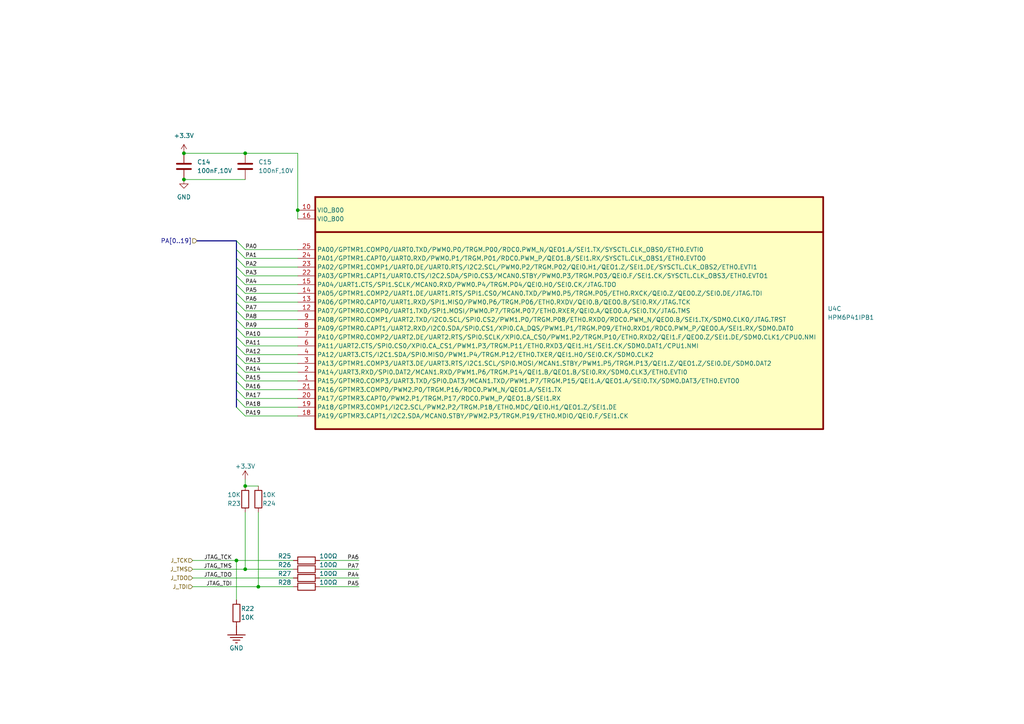
<source format=kicad_sch>
(kicad_sch (version 20250114) (generator "eeschema") (generator_version "9.0")
  (paper "A4")
  (title_block (title "HPM6P41_BuckBoost") (date "2025-05-05") (rev "4") (company "Author: Alipay"))
  (lib_symbols
    (symbol "00_HPM_power:GND" (power)
      (property "Value" "GND" (at 0 -6.35 0))
      (symbol "GND_0_0"
        (polyline (pts (xy -2.54 -2.54) (xy 2.54 -2.54)) (stroke (width 0.254)))
        (polyline (pts (xy -1.778 -3.302) (xy 1.778 -3.302)) (stroke (width 0.254)))
        (polyline (pts (xy -1.016 -4.064) (xy 1.016 -4.064)) (stroke (width 0.254)))
        (polyline (pts (xy -0.254 -4.826) (xy 0.254 -4.826)) (stroke (width 0.254)))
        (polyline (pts (xy 0 0) (xy 0 -2.54)) (stroke (width 0.254)))
        (pin power_in line (at 0 0 0) (length 0) (hide yes) (name "GND") (number ""))
      )
    )
    (symbol "02_HPM_Resistor:100Ω_0402" (pin_numbers (hide yes)) (pin_names (offset 0))
      (property "Reference" "R" (at 0 3.81 0))
      (property "Value" "100Ω" (at 0 6.35 0))
      (symbol "100Ω_0402_0_1"
        (rectangle (start 2.54 -1.016) (end -2.54 1.016) (stroke (width 0.254)))
      )
      (symbol "100Ω_0402_1_1"
        (pin passive line (at -3.81 0 0) (length 1.27) (name "~") (number "1"))
        (pin passive line (at 3.81 0 180) (length 1.27) (name "~") (number "2"))
      )
    )
    (symbol "10K_0402_2" (pin_numbers (hide yes)) (pin_names (offset 0))
      (property "Reference" "R" (at 0 3.81 0))
      (property "Value" "10K" (at 0 6.35 0))
      (symbol "10K_0402_2_0_1"
        (rectangle (start 2.54 -1.016) (end -2.54 1.016) (stroke (width 0.254)))
      )
      (symbol "10K_0402_2_1_1"
        (pin passive line (at -3.81 0 0) (length 1.27) (name "~") (number "1"))
        (pin passive line (at 3.81 0 180) (length 1.27) (name "~") (number "2"))
      )
    )
    (symbol "10K_0402_3" (pin_numbers (hide yes)) (pin_names (offset 0))
      (property "Reference" "R" (at 0 3.81 0))
      (property "Value" "10K" (at 0 6.35 0))
      (symbol "10K_0402_3_0_1"
        (rectangle (start 2.54 -1.016) (end -2.54 1.016) (stroke (width 0.254)))
      )
      (symbol "10K_0402_3_1_1"
        (pin passive line (at -3.81 0 0) (length 1.27) (name "~") (number "1"))
        (pin passive line (at 3.81 0 180) (length 1.27) (name "~") (number "2"))
      )
    )
    (symbol "10K_0402_4" (pin_numbers (hide yes)) (pin_names (offset 0))
      (property "Reference" "R" (at 0 3.81 0))
      (property "Value" "10K" (at 0 6.35 0))
      (symbol "10K_0402_4_0_1"
        (rectangle (start 2.54 -1.016) (end -2.54 1.016) (stroke (width 0.254)))
      )
      (symbol "10K_0402_4_1_1"
        (pin passive line (at -3.81 0 0) (length 1.27) (name "~") (number "1"))
        (pin passive line (at 3.81 0 180) (length 1.27) (name "~") (number "2"))
      )
    )
    (symbol "Device:C" (pin_numbers (hide yes)) (pin_names (offset 0.254))
      (property "Reference" "C" (at 0.635 2.54 0))
      (property "Value" "C" (at 0.635 -2.54 0))
      (symbol "C_0_1"
        (polyline (pts (xy -2.032 0.762) (xy 2.032 0.762)) (stroke (width 0.508)))
        (polyline (pts (xy -2.032 -0.762) (xy 2.032 -0.762)) (stroke (width 0.508)))
      )
      (symbol "C_1_1"
        (pin passive line (at 0 3.81 270) (length 2.794) (name "~") (number "1"))
        (pin passive line (at 0 -3.81 90) (length 2.794) (name "~") (number "2"))
      )
    )
    (symbol "HPM6P00_Library:HPM6P41IPB1"
      (property "Reference" "U" (at 1.27 1.27 0))
      (property "Value" "HPM6P41IPB1" (at 10.16 1.27 0))
      (symbol "HPM6P41IPB1_1_1"
        (rectangle (start 0 0) (end 35.56 -66.04) (stroke (width 0.508)) (fill (type background)))
        (polyline (pts (xy 0 -41.275) (xy 35.56 -41.275)) (stroke (width 0.508)))
        (polyline (pts (xy 8.89 -6.35) (xy 14.605 -6.35) (xy 14.605 -10.16) (xy 13.97 -9.525) (xy 14.605 -10.16) (xy 15.24 -9.525)))
        (rectangle (start 10.16 -10.16) (end 17.78 -12.7))
        (polyline (pts (xy 15.24 -12.7) (xy 15.24 -17.78) (xy 9.525 -17.78) (xy 10.16 -17.145) (xy 9.525 -17.78) (xy 10.16 -18.415)))
        (text "DCDC_Domain" (at 10.16 -2.54 0) (effects (font (size 1.778 1.778))))
        (text "Analog_Domain" (at 11.43 -44.45 0) (effects (font (size 1.778 1.778))))
        (text "DCDC" (at 13.97 -11.43 0) (effects (font (size 1.27 1.27))))
        (pin power_in line (at -5.08 -6.35 0) (length 5.08) (name "DCDC_IN") (number "26"))
        (pin power_in line (at -5.08 -17.78 0) (length 5.08) (name "DCDC_LP") (number "27"))
        (pin power_in line (at -5.08 -24.13 0) (length 5.08) (name "DCDC_SNS") (number "31"))
        (pin power_in line (at -5.08 -31.75 0) (length 5.08) (name "DCDC_GND") (number "28"))
        (pin power_in line (at -5.08 -48.26 0) (length 5.08) (name "VANA") (number "41"))
        (pin power_in line (at -5.08 -57.15 0) (length 5.08) (name "VSSA") (number "39"))
        (pin power_out line (at 17.78 -71.12 90) (length 5.08) (name "PAD") (number "101"))
        (pin power_out line (at 40.64 -6.35 180) (length 5.08) (name "VDD_SOC") (number "5"))
        (pin power_out line (at 40.64 -10.16 180) (length 5.08) (name "VDD_SOC") (number "11"))
        (pin power_out line (at 40.64 -13.97 180) (length 5.08) (name "VDD_SOC") (number "50"))
        (pin power_out line (at 40.64 -17.78 180) (length 5.08) (name "VDD_SOC") (number "68"))
        (pin power_out line (at 40.64 -21.59 180) (length 5.08) (name "VDD_SOC") (number "72"))
        (pin power_out line (at 40.64 -25.4 180) (length 5.08) (name "VDD_SOC") (number "84"))
        (pin power_in line (at 40.64 -48.26 180) (length 5.08) (name "VREFH") (number "40"))
        (pin power_in line (at 40.64 -57.15 180) (length 5.08) (name "VREFL") (number "38"))
      )
      (symbol "HPM6P41IPB1_2_0"
        (polyline (pts (xy 7.62 -6.35) (xy 43.18 -6.35) (xy 42.164 -5.842) (xy 43.18 -6.35) (xy 42.164 -6.858)))
        (polyline (pts (xy 7.62 -11.43) (xy 43.18 -11.43) (xy 42.164 -10.922) (xy 43.18 -11.43) (xy 42.164 -11.938)))
        (polyline (pts (xy 50.8 -6.35) (xy 90.17 -6.35) (xy 89.154 -5.842) (xy 90.17 -6.35) (xy 89.154 -6.858)))
        (polyline (pts (xy 50.8 -11.43) (xy 91.44 -11.43) (xy 90.424 -10.922) (xy 91.44 -11.43) (xy 90.424 -11.938)))
      )
      (symbol "HPM6P41IPB1_2_1"
        (rectangle (start 0 0) (end 100.33 -33.02) (stroke (width 0.508)) (fill (type background)))
        (polyline (pts (xy 0 -16.51) (xy 100.33 -16.51)) (stroke (width 0.508)))
        (polyline (pts (xy 7.62 -6.35) (xy 7.62 -11.43)))
        (rectangle (start 44.45 -5.08) (end 49.53 -7.62))
        (rectangle (start 44.45 -10.16) (end 49.53 -12.7))
        (text "LDO" (at 46.99 -6.35 0) (effects (font (size 1.27 1.27))))
        (text "LDO" (at 46.99 -11.43 0) (effects (font (size 1.27 1.27))))
        (pin power_in line (at -5.08 -7.62 0) (length 5.08) (name "VPMC") (number "32"))
        (pin bidirectional line (at -5.08 -21.59 0) (length 5.08) (name "PY00/GPTMR3.COMP0/PWM2.P0/TRGM.P16/PGPIO.Y00/PURT.TXD/PTMR.COMP0") (number "33"))
        (pin bidirectional line (at -5.08 -24.13 0) (length 5.08) (name "PY01/GPTMR3.CAPT0/PWM2.P1/TRGM.P17/PGPIO.Y01/PURT.RXD/PTMR.COMP1") (number "34"))
        (pin bidirectional line (at -5.08 -26.67 0) (length 5.08) (name "PY02/GPTMR3.COMP1/I2C2.SCL/PWM2.P2/TRGM.P18/PGPIO.Y02/PURT.RTS/PTMR.COMP2") (number "35"))
        (pin bidirectional line (at -5.08 -29.21 0) (length 5.08) (name "PY03/GPTMR3.CAPT1/I2C2.SDA/MCAN0.STBY/PWM2.P3/TRGM.P19/PGPIO.Y03/PURT.CTS/PTMR.COMP3") (number "36"))
        (pin power_out line (at 105.41 -6.35 180) (length 5.08) (name "VPMCCAP") (number "37"))
        (pin power_out line (at 105.41 -11.43 180) (length 5.08) (name "OTPCAP") (number "17"))
      )
      (symbol "HPM6P41IPB1_3_1"
        (rectangle (start 0 0) (end 147.32 -67.31) (stroke (width 0.508)) (fill (type background)))
        (polyline (pts (xy 0 -10.16) (xy 147.32 -10.16)) (stroke (width 0.5)))
        (pin power_in line (at -5.08 -3.81 0) (length 5.08) (name "VIO_B00") (number "10"))
        (pin power_in line (at -5.08 -6.35 0) (length 5.08) (name "VIO_B00") (number "16"))
        (pin bidirectional line (at -5.08 -15.24 0) (length 5.08) (name "PA00/GPTMR1.COMP0/UART0.TXD/PWM0.P0/TRGM.P00/RDC0.PWM_N/QEO1.A/SEI1.TX/SYSCTL.CLK_OBS0/ETH0.EVTI0") (number "25"))
        (pin input line (at -5.08 -17.78 0) (length 5.08) (name "PA01/GPTMR1.CAPT0/UART0.RXD/PWM0.P1/TRGM.P01/RDC0.PWM_P/QEO1.B/SEI1.RX/SYSCTL.CLK_OBS1/ETH0.EVTO0") (number "24"))
        (pin bidirectional line (at -5.08 -20.32 0) (length 5.08) (name "PA02/GPTMR1.COMP1/UART0.DE/UART0.RTS/I2C2.SCL/PWM0.P2/TRGM.P02/QEI0.H1/QEO1.Z/SEI1.DE/SYSCTL.CLK_OBS2/ETH0.EVTI1") (number "23"))
        (pin bidirectional line (at -5.08 -22.86 0) (length 5.08) (name "PA03/GPTMR1.CAPT1/UART0.CTS/I2C2.SDA/SPI0.CS3/MCAN0.STBY/PWM0.P3/TRGM.P03/QEI0.F/SEI1.CK/SYSCTL.CLK_OBS3/ETH0.EVTO1") (number "22"))
        (pin bidirectional line (at -5.08 -25.4 0) (length 5.08) (name "PA04/UART1.CTS/SPI1.SCLK/MCAN0.RXD/PWM0.P4/TRGM.P04/QEI0.H0/SEI0.CK/JTAG.TDO") (number "15"))
        (pin bidirectional line (at -5.08 -27.94 0) (length 5.08) (name "PA05/GPTMR1.COMP2/UART1.DE/UART1.RTS/SPI1.CS0/MCAN0.TXD/PWM0.P5/TRGM.P05/ETH0.RXCK/QEI0.Z/QEO0.Z/SEI0.DE/JTAG.TDI") (number "14"))
        (pin bidirectional line (at -5.08 -30.48 0) (length 5.08) (name "PA06/GPTMR0.CAPT0/UART1.RXD/SPI1.MISO/PWM0.P6/TRGM.P06/ETH0.RXDV/QEI0.B/QEO0.B/SEI0.RX/JTAG.TCK") (number "13"))
        (pin bidirectional line (at -5.08 -33.02 0) (length 5.08) (name "PA07/GPTMR0.COMP0/UART1.TXD/SPI1.MOSI/PWM0.P7/TRGM.P07/ETH0.RXER/QEI0.A/QEO0.A/SEI0.TX/JTAG.TMS") (number "12"))
        (pin bidirectional line (at -5.08 -35.56 0) (length 5.08) (name "PA08/GPTMR0.COMP1/UART2.TXD/I2C0.SCL/SPI0.CS2/PWM1.P0/TRGM.P08/ETH0.RXD0/RDC0.PWM_N/QEO0.B/SEI1.TX/SDM0.CLK0/JTAG.TRST") (number "9"))
        (pin bidirectional line (at -5.08 -38.1 0) (length 5.08) (name "PA09/GPTMR0.CAPT1/UART2.RXD/I2C0.SDA/SPI0.CS1/XPI0.CA_DQS/PWM1.P1/TRGM.P09/ETH0.RXD1/RDC0.PWM_P/QEO0.A/SEI1.RX/SDM0.DAT0") (number "8"))
        (pin bidirectional line (at -5.08 -40.64 0) (length 5.08) (name "PA10/GPTMR0.COMP2/UART2.DE/UART2.RTS/SPI0.SCLK/XPI0.CA_CS0/PWM1.P2/TRGM.P10/ETH0.RXD2/QEI1.F/QEO0.Z/SEI1.DE/SDM0.CLK1/CPU0.NMI") (number "7"))
        (pin bidirectional line (at -5.08 -43.18 0) (length 5.08) (name "PA11/UART2.CTS/SPI0.CS0/XPI0.CA_CS1/PWM1.P3/TRGM.P11/ETH0.RXD3/QEI1.H1/SEI1.CK/SDM0.DAT1/CPU1.NMI") (number "6"))
        (pin bidirectional line (at -5.08 -45.72 0) (length 5.08) (name "PA12/UART3.CTS/I2C1.SDA/SPI0.MISO/PWM1.P4/TRGM.P12/ETH0.TXER/QEI1.H0/SEI0.CK/SDM0.CLK2") (number "4"))
        (pin bidirectional line (at -5.08 -48.26 0) (length 5.08) (name "PA13/GPTMR1.COMP3/UART3.DE/UART3.RTS/I2C1.SCL/SPI0.MOSI/MCAN1.STBY/PWM1.P5/TRGM.P13/QEI1.Z/QEO1.Z/SEI0.DE/SDM0.DAT2") (number "3"))
        (pin bidirectional line (at -5.08 -50.8 0) (length 5.08) (name "PA14/UART3.RXD/SPI0.DAT2/MCAN1.RXD/PWM1.P6/TRGM.P14/QEI1.B/QEO1.B/SEI0.RX/SDM0.CLK3/ETH0.EVTI0") (number "2"))
        (pin bidirectional line (at -5.08 -53.34 0) (length 5.08) (name "PA15/GPTMR0.COMP3/UART3.TXD/SPI0.DAT3/MCAN1.TXD/PWM1.P7/TRGM.P15/QEI1.A/QEO1.A/SEI0.TX/SDM0.DAT3/ETH0.EVTO0") (number "1"))
        (pin bidirectional line (at -5.08 -55.88 0) (length 5.08) (name "PA16/GPTMR3.COMP0/PWM2.P0/TRGM.P16/RDC0.PWM_N/QEO1.A/SEI1.TX") (number "21"))
        (pin bidirectional line (at -5.08 -58.42 0) (length 5.08) (name "PA17/GPTMR3.CAPT0/PWM2.P1/TRGM.P17/RDC0.PWM_P/QEO1.B/SEI1.RX") (number "20"))
        (pin bidirectional line (at -5.08 -60.96 0) (length 5.08) (name "PA18/GPTMR3.COMP1/I2C2.SCL/PWM2.P2/TRGM.P18/ETH0.MDC/QEI0.H1/QEO1.Z/SEI1.DE") (number "19"))
        (pin bidirectional line (at -5.08 -63.5 0) (length 5.08) (name "PA19/GPTMR3.CAPT1/I2C2.SDA/MCAN0.STBY/PWM2.P3/TRGM.P19/ETH0.MDIO/QEI0.F/SEI1.CK") (number "18"))
      )
      (symbol "HPM6P41IPB1_4_1"
        (rectangle (start 0 0) (end 185.42 -92.71) (stroke (width 0.508)) (fill (type background)))
        (polyline (pts (xy 0 -12.7) (xy 185.42 -12.7)) (stroke (width 0.5)))
        (polyline (pts (xy 0 -60.96) (xy 185.42 -60.96)) (stroke (width 0.3) (type dash)))
        (pin power_in line (at -5.08 -5.08 0) (length 5.08) (name "VIO_B01") (number "79"))
        (pin power_in line (at -5.08 -7.62 0) (length 5.08) (name "VIO_B01") (number "94"))
        (pin bidirectional line (at -5.08 -19.05 0) (length 5.08) (name "PB00/GPTMR2.COMP0/XPI0.CA_SCLK/PWM0.P0/TRGM.P31/ETH0.TXCK/RDC0.PWM_N/QEO1.A/SEI1.TX/XPI_SLV.ADQ3") (number "100"))
        (pin bidirectional line (at -5.08 -21.59 0) (length 5.08) (name "PB01/GPTMR2.CAPT0/XPI0.CA_D0/PWM0.P1/TRGM.P30/ETH0.TXEN/RDC0.PWM_P/QEO1.B/SEI1.RX/XPI_SLV.ADQ2") (number "99"))
        (pin bidirectional line (at -5.08 -24.13 0) (length 5.08) (name "PB02/GPTMR2.COMP1/I2C2.SCL/XPI0.CA_D1/PWM0.P2/TRGM.P29/ETH0.TXD0/QEI0.H1/QEO1.Z/SEI1.DE/SDM0.CLK0/XPI_SLV.ADQ1") (number "98"))
        (pin bidirectional line (at -5.08 -26.67 0) (length 5.08) (name "PB03/GPTMR2.CAPT1/I2C2.SDA/SPI0.CS3/MCAN0.STBY/XPI0.CA_D2/PWM0.P3/TRGM.P28/ETH0.TXD1/QEI0.F/SEI1.CK/SDM0.DAT0/XPI_SLV.ADQ0") (number "97"))
        (pin bidirectional line (at -5.08 -29.21 0) (length 5.08) (name "PB04/UART1.CTS/SPI0.SCLK/MCAN0.RXD/XPI0.CA_D3/PWM0.P4/TRGM.P27/ETH0.TXD2/QEI0.H0/SEI0.CK/SDM0.CLK1/CPU0.NMI/XPI_SLV.CLK") (number "96"))
        (pin bidirectional line (at -5.08 -31.75 0) (length 5.08) (name "PB05/GPTMR2.COMP2/UART1.DE/UART1.RTS/SPI1.CS0/MCAN0.TXD/PWM0.P5/TRGM.P26/ETH0.TXD3/QEI0.Z/QEO0.Z/SEI0.DE/SDM0.DAT1/CPU1.NMI/XPI_SLV.CSN") (number "95"))
        (pin bidirectional line (at -5.08 -35.56 0) (length 5.08) (name "PB12/UART3.CTS/I2C1.SDA/SPI0.MISO/XPI0.CB_DQS/PWM1.P4/TRGM.P19/ETH0.MDC/QEI1.H0/SEI0.CK/SDM0.CLK2/EWDG0.RST/XPI_SLV.ERR") (number "93"))
        (pin bidirectional line (at -5.08 -38.1 0) (length 5.08) (name "PB13/GPTMR2.COMP3/UART3.DE/UART3.RTS/I2C1.SCL/SPI0.MOSI/MCAN1.STBY/XPI0.CB_CS0/PWM1.P5/TRGM.P18/ETH0.MDIO/QEI1.Z/QEO1.Z/SEI0.DE/SDM0.DAT2/EWDG1.RST/XPI_SLV.RDY") (number "92"))
        (pin bidirectional line (at -5.08 -40.64 0) (length 5.08) (name "PB14/UART3.RXD/SPI0.DAT2/MCAN1.RXD/XPI0.CB_CS1/PWM1.P6/TRGM.P17/QEI1.B/QEO1.B/SEI0.RX/SDM0.CLK3/SOC.REF0/ETH0.EVTO2/XPI_SLV.DQS") (number "91"))
        (pin bidirectional line (at -5.08 -43.18 0) (length 5.08) (name "PB15/GPTMR0.COMP3/UART3.TXD/SPI0.DAT3/MCAN1.TXD/XPI0.CB_SCLK/PWM1.P7/TRGM.P16/QEI1.A/QEO1.A/SEI0.TX/SDM0.DAT3/SOC.REF1/ETH0.EVTO3") (number "90"))
        (pin bidirectional line (at -5.08 -45.72 0) (length 5.08) (name "PB16/GPTMR3.COMP0/XPI0.CB_D0/PWM2.P0/TRGM.P15/RDC0.PWM_N/QEO1.A/SEI1.TX/SYSCTL.CLK_OBS0/ETH0.EVTI1") (number "89"))
        (pin bidirectional line (at -5.08 -48.26 0) (length 5.08) (name "PB17/GPTMR3.CAPT0/XPI0.CB_D1/PWM2.P1/TRGM.P14/RDC0.PWM_P/QEO1.B/SEI1.RX/SYSCTL.CLK_OBS1/ETH0.EVTO1") (number "88"))
        (pin bidirectional line (at -5.08 -50.8 0) (length 5.08) (name "PB18/GPTMR3.COMP1/I2C2.SCL/XPI0.CB_D2/PWM2.P2/TRGM.P13/QEI0.H1/QEO1.Z/SEI1.DE/SYSCTL.CLK_OBS2/ETH0.EVTO2") (number "87"))
        (pin bidirectional line (at -5.08 -53.34 0) (length 5.08) (name "PB19/GPTMR3.CAPT1/I2C2.SDA/SPI2.CS3/MCAN0.STBY/XPI0.CB_D3/PWM2.P3/TRGM.P12/QEI0.F/SEI1.CK/SYSCTL.CLK_OBS3/ETH0.EVTO3") (number "86"))
        (pin bidirectional line (at -5.08 -55.88 0) (length 5.08) (name "PB20/UART0.CTS/MCAN0.RXD/PWM2.P4/TRGM.P11/QEI0.H0/SEI0.CK") (number "85"))
        (pin bidirectional line (at -5.08 -66.04 0) (length 5.08) (name "PC12/I2C1.SDA/SPI1.MISO/PWM1.P4/TRGM.P12/QEI1.H0/SEI0.CK") (number "83"))
        (pin bidirectional line (at -5.08 -68.58 0) (length 5.08) (name "PC13/GPTMR1.COMP3/I2C1.SCL/SPI1.MOSI/MCAN1.STBY/PWM1.P5/TRGM.P13/QEI1.Z/QEO1.Z/SEI0.DE/USB0.ID") (number "82"))
        (pin bidirectional line (at -5.08 -71.12 0) (length 5.08) (name "PC14/SPI1.DAT2/MCAN1.RXD/PWM1.P6/TRGM.P14/ETH0.MDC/QEI1.B/QEO1.B/SEI0.RX/USB0.OC") (number "81"))
        (pin bidirectional line (at -5.08 -73.66 0) (length 5.08) (name "PC15/GPTMR0.COMP3/SPI1.DAT3/MCAN1.TXD/PWM1.P7/TRGM.P15/ETH0.MDIO/QEI1.A/QEO1.A/SEI0.TX/USB0.PWR") (number "80"))
        (pin bidirectional line (at -5.08 -76.2 0) (length 5.08) (name "PC16/GPTMR3.COMP0/PWM2.P0/TRGM.P16/ETH0.CRS/QEI0.H1/CPU0.NMI") (number "78"))
        (pin bidirectional line (at -5.08 -78.74 0) (length 5.08) (name "PC17/GPTMR3.CAPT0/PWM2.P1/TRGM.P17/ETH0.COL/QEI0.F/CPU1.NMI") (number "77"))
        (pin bidirectional line (at -5.08 -81.28 0) (length 5.08) (name "PC18/GPTMR3.COMP1/I2C2.SCL/PWM2.P2/TRGM.P18/QEI0.H0/SEI0.CK") (number "76"))
        (pin bidirectional line (at -5.08 -83.82 0) (length 5.08) (name "PC19/GPTMR3.CAPT1/I2C2.SDA/MCAN0.STBY/PWM2.P3/TRGM.P19/QEI0.Z/QEO0.Z/SEI0.DE") (number "75"))
        (pin bidirectional line (at -5.08 -86.36 0) (length 5.08) (name "PC20/SPI2.SCLK/MCAN0.RXD/PWM2.P4/TRGM.P20/QEI0.B/QEO0.B/SEI0.RX") (number "74"))
        (pin bidirectional line (at -5.08 -88.9 0) (length 5.08) (name "PC21/GPTMR3.COMP2/SPI2.CS0/MCAN0.TXD/PWM2.P5/TRGM.P21/QEI0.A/QEO0.A/SEI0.TX") (number "73"))
      )
      (symbol "HPM6P41IPB1_5_1"
        (rectangle (start 0 0) (end 196.85 -77.47) (stroke (width 0.508)) (fill (type background)))
        (polyline (pts (xy 0 -10.16) (xy 196.85 -10.16)) (stroke (width 0.5)))
        (pin power_in line (at -5.08 -5.08 0) (length 5.08) (name "VIO_B02") (number "55"))
        (pin bidirectional line (at -5.08 -15.24 0) (length 5.08) (name "PD00/GPTMR1.COMP0/SPI2.SCLK/TRGM.P00/ETH0.RXCK/QEI1.H1/SDM0.CLK0/ADC0.IN00/ADC1.IN00/ACMP0.INN1/ACMP1.INN1/ACMP2.INN1/ACMP3.INN1") (number "66"))
        (pin bidirectional line (at -5.08 -17.78 0) (length 5.08) (name "PD01/GPTMR1.CAPT0/SPI2.MISO/TRGM.P01/ETH0.RXDV/QEI1.F/SDM0.DAT0/ADC0.IN01/ADC1.IN01/ACMP0.INP1/ACMP1.INP1/ACMP2.INP1/ACMP3.INP1") (number "65"))
        (pin bidirectional line (at -5.08 -20.32 0) (length 5.08) (name "PD02/GPTMR1.COMP1/I2C2.SCL/SPI2.MOSI/TRGM.P02/ETH0.RXER/QEI1.H0/SEI0.CK/SDM0.CLK1/ADC0.IN02/ADC1.IN02/ACMP0.INN2/ACMP1.INN2/ACMP2.INN2/ACMP3.INN2") (number "64"))
        (pin bidirectional line (at -5.08 -22.86 0) (length 5.08) (name "PD03/GPTMR1.CAPT1/I2C2.SDA/SPI2.DAT2/MCAN0.STBY/TRGM.P03/ETH0.RXD0/QEI1.Z/QEO1.Z/SEI0.DE/SDM0.DAT1/ADC0.IN03/ADC1.IN03/ACMP0.INP2/ACMP1.INP2/ACMP2.INP2/ACMP3.INP2") (number "63"))
        (pin bidirectional line (at -5.08 -25.4 0) (length 5.08) (name "PD04/UART1.CTS/SPI2.DAT3/MCAN0.RXD/TRGM.P04/ETH0.RXD1/QEI1.A/QEO1.B/SEI0.RX/SDM0.CLK2/ADC0.IN04/ADC1.IN04/ACMP0.INN3/ACMP1.INN3/ACMP2.INN3/ACMP3.INN3") (number "62"))
        (pin bidirectional line (at -5.08 -27.94 0) (length 5.08) (name "PD05/GPTMR1.COMP2/UART1.DE/UART1.RTS/SPI2.CS0/MCAN0.TXD/TRGM.P05/ETH0.RXD2/QEI1.B/QEO1.A/SEI0.TX/SDM0.DAT2/ADC0.IN05/ADC1.IN05/ACMP0.INP3/ACMP1.INP3/ACMP2.INP3/ACMP3.INP3") (number "61"))
        (pin bidirectional line (at -5.08 -30.48 0) (length 5.08) (name "PD06/GPTMR0.CAPT0/UART1.RXD/SPI2.CS2/TRGM.P06/ETH0.RXD3/SDM0.CLK3/ADC0.IN06/ADC1.IN06/ACMP0.INN4/ACMP1.INN4/ACMP2.INN4/ACMP3.INN4") (number "60"))
        (pin bidirectional line (at -5.08 -33.02 0) (length 5.08) (name "PD07/GPTMR0.COMP0/UART1.TXD/SPI2.CS1/TRGM.P07/ETH0.TXER/SDM0.DAT3/ADC0.IN07/ADC1.IN07/DAC0.OUT/ACMP0.INP4/ACMP1.INP4/ACMP2.INP4/ACMP3.INP4") (number "59"))
        (pin bidirectional line (at -5.08 -35.56 0) (length 5.08) (name "PD08/GPTMR0.COMP1/UART2.TXD/I2C0.SCL/SPI2.CS3/PWM1.P0/TRGM.P08/ADC0.IN08/ADC1.IN08/ACMP0.INN5/ACMP1.INN5/ACMP2.INN5/ACMP3.INN5") (number "58"))
        (pin bidirectional line (at -5.08 -38.1 0) (length 5.08) (name "PD09/GPTMR0.CAPT1/UART2.RXD/I2C0.SDA/PWM1.P1/TRGM.P09/ADC0.IN09/ADC1.IN09/ACMP0.INP5/ACMP1.INP5/ACMP2.INP5/ACMP3.INP5") (number "57"))
        (pin bidirectional line (at -5.08 -40.64 0) (length 5.08) (name "PD10/GPTMR0.COMP2/UART2.DE/UART2.RTS/SPI0.SCLK/PWM1.P2/TRGM.P10/ETH0.EVTI0/ADC0.IN10/ADC1.IN10/ACMP0.INN6/ACMP1.INN6/ACMP2.INN6/ACMP3.INN6") (number "56"))
        (pin bidirectional line (at -5.08 -45.72 0) (length 5.08) (name "PD16/GPTMR3.COMP0/PWM2.P0/TRGM.P16/ETH0.TXCK/QEI0.H1/ADC2.IN00/ACMP4.INN1/ACMP5.INN1/ACMP6.INN1/ACMP7.INN1") (number "54"))
        (pin bidirectional line (at -5.08 -48.26 0) (length 5.08) (name "PD17/GPTMR3.CAPT0/PWM2.P1/TRGM.P17/ETH0.TXEN/QEI0.F/ADC2.IN01/DAC1.OUT/ACMP4.INP1/ACMP5.INP1/ACMP6.INP1/ACMP7.INP1") (number "53"))
        (pin bidirectional line (at -5.08 -50.8 0) (length 5.08) (name "PD18/GPTMR3.COMP1/I2C2.SCL/PWM2.P2/TRGM.P18/ETH0.TXD0/QEI0.H0/SEI0.CK/ADC2.IN02/ACMP4.INN2/ACMP5.INN2/ACMP6.INN2/ACMP7.INN2") (number "52"))
        (pin bidirectional line (at -5.08 -53.34 0) (length 5.08) (name "PD19/GPTMR3.CAPT1/I2C2.SDA/MCAN0.STBY/PWM2.P3/TRGM.P19/ETH0.TXD1/QEI0.Z/QEO0.Z/SEI0.DE/ADC2.IN03/ACMP4.INP2/ACMP5.INP2/ACMP6.INP2/ACMP7.INP2") (number "51"))
        (pin bidirectional line (at -5.08 -55.88 0) (length 5.08) (name "PD20/MCAN0.RXD/PWM2.P4/TRGM.P20/ETH0.TXD2/QEI0.B/QEO0.B/SEI0.RX/ADC2.IN04/ACMP4.INN3/ACMP5.INN3/ACMP6.INN3/ACMP7.INN3") (number "49"))
        (pin bidirectional line (at -5.08 -58.42 0) (length 5.08) (name "PD21/GPTMR3.COMP2/MCAN0.TXD/PWM2.P5/TRGM.P21/ETH0.TXD3/QEI0.A/QEO0.A/SEI0.TX/ADC2.IN05/ACMP4.INP3/ACMP5.INP3/ACMP6.INP3/ACMP7.INP3") (number "48"))
        (pin bidirectional line (at -5.08 -60.96 0) (length 5.08) (name "PD22/GPTMR2.CAPT0/PWM2.P6/TRGM.P22/QEI1.F/ADC2.IN06/ACMP4.INN4/ACMP5.INN4/ACMP6.INN4/ACMP7.INN4") (number "47"))
        (pin bidirectional line (at -5.08 -63.5 0) (length 5.08) (name "PD23/GPTMR2.COMP0/PWM2.P7/TRGM.P23/QEI1.H1/USB0.ID/ADC2.IN07/ACMP4.INP4/ACMP5.INP4/ACMP6.INP4/ACMP7.INP4") (number "46"))
        (pin bidirectional line (at -5.08 -66.04 0) (length 5.08) (name "PD24/GPTMR2.COMP1/I2C0.SCL/PWM0.P0/TRGM.P24/QEI1.H0/SEI0.CK/USB0.OC/ADC2.IN08/ACMP4.INN5/ACMP5.INN5/ACMP6.INN5/ACMP7.INN5") (number "45"))
        (pin bidirectional line (at -5.08 -68.58 0) (length 5.08) (name "PD25/GPTMR2.CAPT1/I2C0.SDA/PWM0.P1/TRGM.P25/QEI1.Z/QEO1.Z/SEI0.DE/USB0.PWR/ADC2.IN09/ACMP4.INP5/ACMP5.INP5/ACMP6.INP5/ACMP7.INP5") (number "44"))
        (pin bidirectional line (at -5.08 -71.12 0) (length 5.08) (name "PD26/GPTMR2.COMP2/SPI1.SCLK/PWM0.P2/TRGM.P26/QEI1.B/QEO1.B/SEI0.RX/ADC2.IN10/ACMP4.INN6/ACMP5.INN6/ACMP6.INN6/ACMP7.INN6") (number "43"))
        (pin bidirectional line (at -5.08 -73.66 0) (length 5.08) (name "PD27/SPI1.CS0/PWM0.P3/TRGM.P27/QEI1.A/QEO1.A/SEI0.TX/ADC2.IN11/ACMP4.INP6/ACMP5.INP6/ACMP6.INP6/ACMP7.INP6") (number "42"))
      )
      (symbol "HPM6P41IPB1_6_1"
        (rectangle (start 0 0) (end 35.56 -33.02) (stroke (width 0.508)) (fill (type background)))
        (polyline (pts (xy 0 -16.51) (xy 35.56 -16.51)) (stroke (width 0.5)))
        (pin input line (at -5.08 -5.08 0) (length 5.08) (name "XTALI") (number "71"))
        (pin output line (at -5.08 -11.43 0) (length 5.08) (name "XTALO") (number "70"))
        (pin power_in line (at -5.08 -21.59 0) (length 5.08) (name "VBUS") (number "69"))
        (pin power_in line (at -5.08 -26.67 0) (length 5.08) (name "VPLLVUSB") (number "67"))
        (pin input line (at 40.64 -5.08 180) (length 5.08) (name "RESET") (number "29"))
        (pin input line (at 40.64 -11.43 180) (length 5.08) (name "WAKEUP") (number "30"))
      )
    )
    (symbol "power:+3.3V" (power) (pin_numbers (hide yes)) (pin_names (offset 0) (hide yes))
      (property "Value" "+3.3V" (at 0 3.556 0))
      (symbol "+3.3V_0_1"
        (polyline (pts (xy -0.762 1.27) (xy 0 2.54)))
        (polyline (pts (xy 0 2.54) (xy 0.762 1.27)))
        (polyline (pts (xy 0 0) (xy 0 2.54)))
      )
      (symbol "+3.3V_1_1"
        (pin power_in line (at 0 0 90) (length 0) (name "~") (number "1"))
      )
    )
    (symbol "power:GND" (power) (pin_numbers (hide yes)) (pin_names (offset 0) (hide yes))
      (property "Value" "GND" (at 0 -3.81 0))
      (symbol "GND_0_1"
        (polyline (pts (xy 0 0) (xy 0 -1.27) (xy 1.27 -1.27) (xy 0 -2.54) (xy -1.27 -1.27) (xy 0 -1.27)))
      )
      (symbol "GND_1_1"
        (pin power_in line (at 0 0 270) (length 0) (name "~") (number "1"))
      )
    )
  )
  (junction (at 74.93 170.18))
  (junction (at 53.34 44.45))
  (junction (at 53.34 52.07))
  (junction (at 68.58 162.56))
  (junction (at 86.36 60.96))
  (junction (at 71.12 140.97))
  (junction (at 71.12 165.1))
  (junction (at 71.12 44.45))
  (bus_entry (at 68.58 72.39) (size 2.54 2.54))
  (bus_entry (at 68.58 92.71) (size 2.54 2.54))
  (bus_entry (at 68.58 77.47) (size 2.54 2.54))
  (bus_entry (at 68.58 85.09) (size 2.54 2.54))
  (bus_entry (at 68.58 82.55) (size 2.54 2.54))
  (bus_entry (at 68.58 95.25) (size 2.54 2.54))
  (bus_entry (at 68.58 87.63) (size 2.54 2.54))
  (bus_entry (at 68.58 105.41) (size 2.54 2.54))
  (bus_entry (at 68.58 102.87) (size 2.54 2.54))
  (bus_entry (at 68.58 113.03) (size 2.54 2.54))
  (bus_entry (at 68.58 107.95) (size 2.54 2.54))
  (bus_entry (at 68.58 118.11) (size 2.54 2.54))
  (bus_entry (at 68.58 69.85) (size 2.54 2.54))
  (bus_entry (at 68.58 80.01) (size 2.54 2.54))
  (bus_entry (at 68.58 110.49) (size 2.54 2.54))
  (bus_entry (at 68.58 74.93) (size 2.54 2.54))
  (bus_entry (at 68.58 90.17) (size 2.54 2.54))
  (bus_entry (at 68.58 97.79) (size 2.54 2.54))
  (bus_entry (at 68.58 115.57) (size 2.54 2.54))
  (bus_entry (at 68.58 100.33) (size 2.54 2.54))
  (bus (pts (xy 68.58 74.93) (xy 68.58 77.47)))
  (wire (pts (xy 86.36 60.96) (xy 86.36 63.5)))
  (bus (pts (xy 68.58 80.01) (xy 68.58 82.55)))
  (bus (pts (xy 68.58 85.09) (xy 68.58 87.63)))
  (wire (pts (xy 55.88 167.64) (xy 85.09 167.64)))
  (bus (pts (xy 68.58 107.95) (xy 68.58 110.49)))
  (wire (pts (xy 55.88 162.56) (xy 68.58 162.56)))
  (wire (pts (xy 68.58 162.56) (xy 68.58 173.99)))
  (bus (pts (xy 68.58 69.85) (xy 68.58 72.39)))
  (wire (pts (xy 92.71 167.64) (xy 104.14 167.64)))
  (wire (pts (xy 71.12 120.65) (xy 86.36 120.65)))
  (bus (pts (xy 57.15 69.85) (xy 68.58 69.85)))
  (wire (pts (xy 71.12 97.79) (xy 86.36 97.79)))
  (wire (pts (xy 71.12 148.59) (xy 71.12 165.1)))
  (bus (pts (xy 68.58 87.63) (xy 68.58 90.17)))
  (wire (pts (xy 71.12 74.93) (xy 86.36 74.93)))
  (bus (pts (xy 68.58 82.55) (xy 68.58 85.09)))
  (bus (pts (xy 68.58 77.47) (xy 68.58 80.01)))
  (wire (pts (xy 74.93 170.18) (xy 85.09 170.18)))
  (wire (pts (xy 74.93 148.59) (xy 74.93 170.18)))
  (bus (pts (xy 68.58 97.79) (xy 68.58 100.33)))
  (bus (pts (xy 68.58 95.25) (xy 68.58 97.79)))
  (bus (pts (xy 68.58 90.17) (xy 68.58 92.71)))
  (wire (pts (xy 71.12 87.63) (xy 86.36 87.63)))
  (wire (pts (xy 71.12 140.97) (xy 74.93 140.97)))
  (wire (pts (xy 71.12 80.01) (xy 86.36 80.01)))
  (wire (pts (xy 71.12 77.47) (xy 86.36 77.47)))
  (wire (pts (xy 55.88 170.18) (xy 74.93 170.18)))
  (wire (pts (xy 53.34 52.07) (xy 71.12 52.07)))
  (bus (pts (xy 68.58 92.71) (xy 68.58 95.25)))
  (wire (pts (xy 71.12 95.25) (xy 86.36 95.25)))
  (wire (pts (xy 92.71 162.56) (xy 104.14 162.56)))
  (wire (pts (xy 86.36 44.45) (xy 86.36 60.96)))
  (wire (pts (xy 71.12 100.33) (xy 86.36 100.33)))
  (bus (pts (xy 68.58 113.03) (xy 68.58 115.57)))
  (wire (pts (xy 71.12 90.17) (xy 86.36 90.17)))
  (wire (pts (xy 71.12 72.39) (xy 86.36 72.39)))
  (wire (pts (xy 71.12 85.09) (xy 86.36 85.09)))
  (wire (pts (xy 71.12 165.1) (xy 85.09 165.1)))
  (wire (pts (xy 85.09 162.56) (xy 68.58 162.56)))
  (bus (pts (xy 68.58 102.87) (xy 68.58 105.41)))
  (bus (pts (xy 68.58 115.57) (xy 68.58 118.11)))
  (wire (pts (xy 71.12 107.95) (xy 86.36 107.95)))
  (wire (pts (xy 55.88 165.1) (xy 71.12 165.1)))
  (bus (pts (xy 68.58 105.41) (xy 68.58 107.95)))
  (wire (pts (xy 53.34 44.45) (xy 71.12 44.45)))
  (wire (pts (xy 92.71 165.1) (xy 104.14 165.1)))
  (wire (pts (xy 71.12 92.71) (xy 86.36 92.71)))
  (wire (pts (xy 71.12 115.57) (xy 86.36 115.57)))
  (wire (pts (xy 92.71 170.18) (xy 104.14 170.18)))
  (wire (pts (xy 71.12 102.87) (xy 86.36 102.87)))
  (wire (pts (xy 71.12 82.55) (xy 86.36 82.55)))
  (wire (pts (xy 71.12 44.45) (xy 86.36 44.45)))
  (bus (pts (xy 68.58 110.49) (xy 68.58 113.03)))
  (bus (pts (xy 68.58 100.33) (xy 68.58 102.87)))
  (bus (pts (xy 68.58 72.39) (xy 68.58 74.93)))
  (wire (pts (xy 71.12 139.065) (xy 71.12 140.97)))
  (wire (pts (xy 71.12 118.11) (xy 86.36 118.11)))
  (wire (pts (xy 71.12 113.03) (xy 86.36 113.03)))
  (wire (pts (xy 71.12 110.49) (xy 86.36 110.49)))
  (wire (pts (xy 71.12 105.41) (xy 86.36 105.41)))
  (label "PA19" (at 71.12 120.65 0) (effects (font (size 1.15 1.15))))
  (label "JTAG_TCK" (at 67.31 162.56 180) (effects (font (size 1.15 1.15))))
  (label "PA11" (at 71.12 100.33 0) (effects (font (size 1.15 1.15))))
  (label "PA5" (at 71.12 85.09 0) (effects (font (size 1.15 1.15))))
  (label "PA12" (at 71.12 102.87 0) (effects (font (size 1.15 1.15))))
  (label "PA3" (at 71.12 80.01 0) (effects (font (size 1.15 1.15))))
  (label "PA15" (at 71.12 110.49 0) (effects (font (size 1.15 1.15))))
  (label "PA4" (at 104.14 167.64 180) (effects (font (size 1.15 1.15))))
  (label "PA1" (at 71.12 74.93 0) (effects (font (size 1.15 1.15))))
  (label "PA16" (at 71.12 113.03 0) (effects (font (size 1.15 1.15))))
  (label "PA18" (at 71.12 118.11 0) (effects (font (size 1.15 1.15))))
  (label "PA5" (at 104.14 170.18 180) (effects (font (size 1.15 1.15))))
  (label "PA7" (at 104.14 165.1 180) (effects (font (size 1.15 1.15))))
  (label "PA6" (at 71.12 87.63 0) (effects (font (size 1.15 1.15))))
  (label "PA14" (at 71.12 107.95 0) (effects (font (size 1.15 1.15))))
  (label "PA8" (at 71.12 92.71 0) (effects (font (size 1.15 1.15))))
  (label "PA6" (at 104.14 162.56 180) (effects (font (size 1.15 1.15))))
  (label "PA17" (at 71.12 115.57 0) (effects (font (size 1.15 1.15))))
  (label "JTAG_TDI" (at 67.31 170.18 180) (effects (font (size 1.15 1.15))))
  (label "PA13" (at 71.12 105.41 0) (effects (font (size 1.15 1.15))))
  (label "PA2" (at 71.12 77.47 0) (effects (font (size 1.15 1.15))))
  (label "JTAG_TDO" (at 67.31 167.64 180) (effects (font (size 1.15 1.15))))
  (label "PA9" (at 71.12 95.25 0) (effects (font (size 1.15 1.15))))
  (label "PA0" (at 71.12 72.39 0) (effects (font (size 1.15 1.15))))
  (label "JTAG_TMS" (at 67.31 165.1 180) (effects (font (size 1.15 1.15))))
  (label "PA7" (at 71.12 90.17 0) (effects (font (size 1.15 1.15))))
  (label "PA10" (at 71.12 97.79 0) (effects (font (size 1.15 1.15))))
  (label "PA4" (at 71.12 82.55 0) (effects (font (size 1.15 1.15))))
  (hierarchical_label "J_TMS" (shape input) (at 55.88 165.1 180) (effects (font (size 1.15 1.15))))
  (hierarchical_label "J_TDO" (shape input) (at 55.88 167.64 180) (effects (font (size 1.15 1.15))))
  (hierarchical_label "J_TDI" (shape input) (at 55.88 170.18 180) (effects (font (size 1.15 1.15))))
  (hierarchical_label "PA[0..19]" (shape input) (at 57.15 69.85 180))
  (hierarchical_label "J_TCK" (shape input) (at 55.88 162.56 180) (effects (font (size 1.15 1.15))))
  (symbol (lib_id "02_HPM_Resistor:100Ω_0402") (at 88.9 165.1 0) (unit 1)
    (property "Reference" "R26" (at 82.55 163.83 0))
    (property "Value" "100Ω" (at 95.25 163.83 0))
    (property "Footprint" "Resistor_SMD:R_0603_1608Metric" (effects (hide yes)))
    (property "Model" "0402WGF1000TCE" (effects (hide yes)))
    (property "Company" "UNI-ROYAL(厚声)" (effects (hide yes)))
  )
  (symbol (lib_id "02_HPM_Resistor:100Ω_0402") (at 88.9 162.56 0) (unit 1)
    (property "Reference" "R25" (at 82.55 161.29 0))
    (property "Value" "100Ω" (at 95.25 161.29 0))
    (property "Footprint" "Resistor_SMD:R_0603_1608Metric" (effects (hide yes)))
    (property "Model" "0402WGF1000TCE" (effects (hide yes)))
    (property "Company" "UNI-ROYAL(厚声)" (effects (hide yes)))
  )
  (symbol (lib_id "02_HPM_Resistor:100Ω_0402") (at 88.9 170.18 0) (unit 1)
    (property "Reference" "R28" (at 82.55 168.91 0))
    (property "Value" "100Ω" (at 95.25 168.91 0))
    (property "Footprint" "Resistor_SMD:R_0603_1608Metric" (effects (hide yes)))
    (property "Model" "0402WGF1000TCE" (effects (hide yes)))
    (property "Company" "UNI-ROYAL(厚声)" (effects (hide yes)))
  )
  (symbol (lib_name "10K_0402_4") (lib_id "02_HPM_Resistor:10K_0402") (at 71.12 144.78 270) (unit 1)
    (property "Reference" "R23" (at 69.85 146.05 90) (effects (justify right)))
    (property "Value" "10K" (at 69.85 143.51 90) (effects (justify right)))
    (property "Footprint" "Resistor_SMD:R_0603_1608Metric" (effects (hide yes)))
    (property "Model" "0402WGF1002TCE" (effects (hide yes)))
    (property "Company" "UNI-ROYAL(厚声)" (effects (hide yes)))
  )
  (symbol (lib_id "Device:C") (at 53.34 48.26 0) (unit 1)
    (property "Reference" "C14" (at 57.15 46.9899 0) (effects (justify left)))
    (property "Value" "100nF,10V" (at 57.15 49.5299 0) (effects (justify left)))
    (property "Footprint" "Capacitor_SMD:C_0603_1608Metric" (effects (hide yes)))
    (property "Description" "Unpolarized capacitor" (effects (hide yes)))
  )
  (symbol (lib_id "power:GND") (at 53.34 52.07 0) (unit 1)
    (property "Reference" "#PWR030" (effects (hide yes)))
    (property "Value" "GND" (at 53.34 57.15 0))
    (property "Description" "Power symbol creates a global label with name \"GND\" , ground" (effects (hide yes)))
  )
  (symbol (lib_id "Device:C") (at 71.12 48.26 0) (unit 1)
    (property "Reference" "C15" (at 74.93 46.9899 0) (effects (justify left)))
    (property "Value" "100nF,10V" (at 74.93 49.5299 0) (effects (justify left)))
    (property "Footprint" "Capacitor_SMD:C_0603_1608Metric" (effects (hide yes)))
    (property "Description" "Unpolarized capacitor" (effects (hide yes)))
  )
  (symbol (lib_id "02_HPM_Resistor:100Ω_0402") (at 88.9 167.64 0) (unit 1)
    (property "Reference" "R27" (at 82.55 166.37 0))
    (property "Value" "100Ω" (at 95.25 166.37 0))
    (property "Footprint" "Resistor_SMD:R_0603_1608Metric" (effects (hide yes)))
    (property "Model" "0402WGF1000TCE" (effects (hide yes)))
    (property "Company" "UNI-ROYAL(厚声)" (effects (hide yes)))
  )
  (symbol (lib_id "HPM6P00_Library:HPM6P41IPB1") (at 91.44 57.15 0) (unit 3)
    (property "Reference" "U4" (at 240.03 89.5349 0) (effects (justify left)))
    (property "Value" "HPM6P41IPB1" (at 240.03 92.0749 0) (effects (justify left)))
    (property "Footprint" "HPM_footprints:LQFP-100_14x14mm_P0.5mm_EP5.0x5.0mm" (effects (hide yes)))
    (property "Description" "eLQFP100" (effects (hide yes)))
  )
  (symbol (lib_name "10K_0402_3") (lib_id "02_HPM_Resistor:10K_0402") (at 68.58 177.8 90) (unit 1)
    (property "Reference" "R22" (at 69.85 176.53 90) (effects (justify right)))
    (property "Value" "10K" (at 69.85 179.07 90) (effects (justify right)))
    (property "Footprint" "Resistor_SMD:R_0603_1608Metric" (effects (hide yes)))
    (property "Model" "0402WGF1002TCE" (effects (hide yes)))
    (property "Company" "UNI-ROYAL(厚声)" (effects (hide yes)))
  )
  (symbol (lib_id "power:+3.3V") (at 71.12 139.065 0) (mirror y) (unit 1)
    (property "Reference" "#PWR032" (effects (hide yes)))
    (property "Value" "+3.3V" (at 71.12 135.255 0))
  )
  (symbol (lib_id "power:+3.3V") (at 53.34 44.45 0) (unit 1)
    (property "Reference" "#PWR029" (effects (hide yes)))
    (property "Value" "+3.3V" (at 53.34 39.37 0))
    (property "Description" "Power symbol creates a global label with name \"+3.3V\"" (effects (hide yes)))
  )
  (symbol (lib_name "10K_0402_2") (lib_id "02_HPM_Resistor:10K_0402") (at 74.93 144.78 270) (unit 1)
    (property "Reference" "R24" (at 80.01 146.05 90) (effects (justify right)))
    (property "Value" "10K" (at 80.01 143.51 90) (effects (justify right)))
    (property "Footprint" "Resistor_SMD:R_0603_1608Metric" (effects (hide yes)))
    (property "Model" "0402WGF1002TCE" (effects (hide yes)))
    (property "Company" "UNI-ROYAL(厚声)" (effects (hide yes)))
  )
  (symbol (lib_id "00_HPM_power:GND") (at 68.58 181.61 0) (unit 1)
    (property "Reference" "#PWR031" (effects (hide yes)))
    (property "Value" "GND" (at 68.58 187.96 0))
  )
)
</source>
